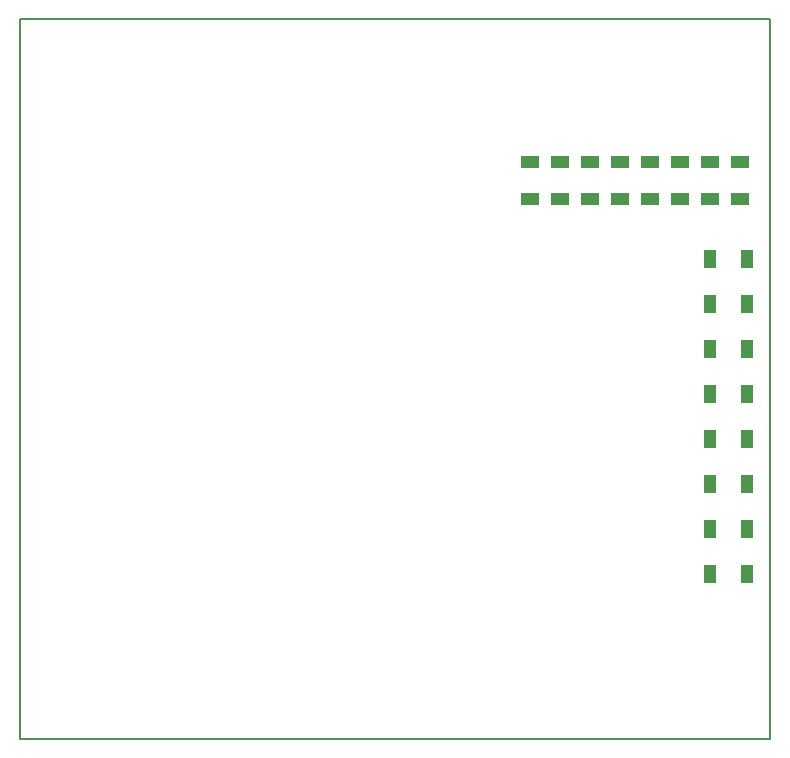
<source format=gbr>
G04 PROTEUS RS274X GERBER FILE*
%FSLAX45Y45*%
%MOMM*%
G01*
%ADD16R,1.524000X1.016000*%
%ADD17R,1.016000X1.524000*%
%ADD18C,0.203200*%
D16*
X+5334000Y-1209040D03*
X+5334000Y-1524000D03*
X+5842000Y-1209040D03*
X+5842000Y-1524000D03*
X+5080000Y-1209040D03*
X+5080000Y-1524000D03*
X+4572000Y-1209040D03*
X+4572000Y-1524000D03*
X+4318000Y-1209040D03*
X+4318000Y-1524000D03*
X+4826000Y-1209040D03*
X+4826000Y-1524000D03*
X+5588000Y-1209040D03*
X+5588000Y-1524000D03*
X+6096000Y-1209040D03*
X+6096000Y-1524000D03*
D17*
X+5842000Y-4318000D03*
X+6156960Y-4318000D03*
X+5842000Y-3556000D03*
X+6156960Y-3556000D03*
X+5842000Y-3175000D03*
X+6156960Y-3175000D03*
X+5842000Y-2413000D03*
X+6156960Y-2413000D03*
X+5842000Y-2032000D03*
X+6156960Y-2032000D03*
X+5842000Y-2794000D03*
X+6156960Y-2794000D03*
X+5842000Y-3937000D03*
X+6156960Y-3937000D03*
X+5842000Y-4699000D03*
X+6156960Y-4699000D03*
D18*
X+0Y-6096000D02*
X+6350000Y-6096000D01*
X+6350000Y+0D01*
X+0Y+0D01*
X+0Y-6096000D01*
M02*

</source>
